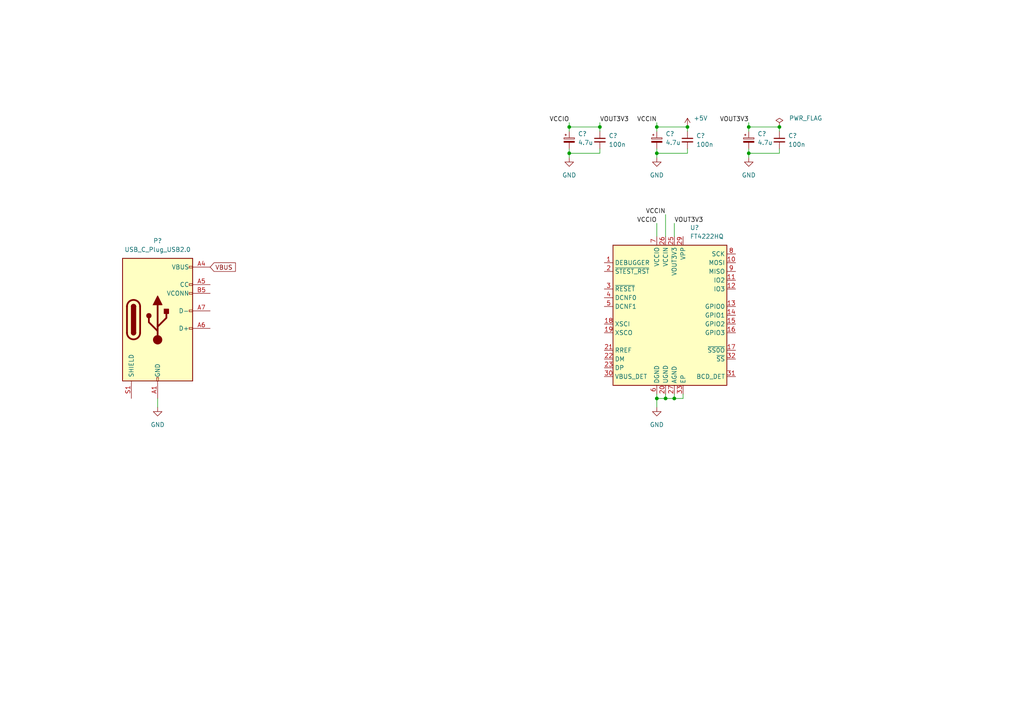
<source format=kicad_sch>
(kicad_sch (version 20211123) (generator eeschema)
  (paper "A4")
  (title_block (title "USB to SPI interface"))
  (lib_symbols
    (symbol "Connector:USB_C_Plug_USB2.0" (pin_names (offset 1.016))
      (property "Reference" "P" (at -10.16 19.05 0))
      (property "Value" "USB_C_Plug_USB2.0" (at 12.7 19.05 0))
      (symbol "USB_C_Plug_USB2.0_0_0"
        (rectangle (start -0.254 -17.78) (end 0.254 -16.764))
        (rectangle (start 10.16 -2.286) (end 9.144 -2.794))
        (rectangle (start 10.16 2.794) (end 9.144 2.286))
        (rectangle (start 10.16 7.874) (end 9.144 7.366))
        (rectangle (start 10.16 10.414) (end 9.144 9.906))
        (rectangle (start 10.16 15.494) (end 9.144 14.986))
      )
      (symbol "USB_C_Plug_USB2.0_0_1"
        (rectangle (start -10.16 17.78) (end 10.16 -17.78) (stroke (width 0.254)) (fill (type background)))
        (arc (start -8.89 -3.81) (mid -6.985 -5.715) (end -5.08 -3.81) (stroke (width 0.508)))
        (arc (start -7.62 -3.81) (mid -6.985 -4.445) (end -6.35 -3.81) (stroke (width 0.254)))
        (arc (start -7.62 -3.81) (mid -6.985 -4.445) (end -6.35 -3.81) (stroke (width 0.254)) (fill (type outline)))
        (rectangle (start -7.62 -3.81) (end -6.35 3.81) (stroke (width 0.254)) (fill (type outline)))
        (arc (start -6.35 3.81) (mid -6.985 4.445) (end -7.62 3.81) (stroke (width 0.254)))
        (arc (start -6.35 3.81) (mid -6.985 4.445) (end -7.62 3.81) (stroke (width 0.254)) (fill (type outline)))
        (arc (start -5.08 3.81) (mid -6.985 5.715) (end -8.89 3.81) (stroke (width 0.508)))
        (circle (center -2.54 1.143) (radius 0.635) (stroke (width 0.254)) (fill (type outline)))
        (circle (center 0 -5.842) (radius 1.27) (fill (type outline)))
        (polyline (pts (xy -8.89 -3.81) (xy -8.89 3.81)) (stroke (width 0.508)))
        (polyline (pts (xy -5.08 3.81) (xy -5.08 -3.81)) (stroke (width 0.508)))
        (polyline (pts (xy 0 -5.842) (xy 0 4.318)) (stroke (width 0.508)))
        (polyline (pts (xy 0 -3.302) (xy -2.54 -0.762) (xy -2.54 0.508)) (stroke (width 0.508)))
        (polyline (pts (xy 0 -2.032) (xy 2.54 0.508) (xy 2.54 1.778)) (stroke (width 0.508)))
        (polyline (pts (xy -1.27 4.318) (xy 0 6.858) (xy 1.27 4.318) (xy -1.27 4.318)) (stroke (width 0.254)) (fill (type outline)))
        (rectangle (start 1.905 1.778) (end 3.175 3.048) (stroke (width 0.254)) (fill (type outline)))
      )
      (symbol "USB_C_Plug_USB2.0_1_1"
        (pin passive line (at 0 -22.86 90) (length 5.08) (name "GND") (number "A1"))
        (pin passive line (at 0 -22.86 90) (length 5.08) hide (name "GND") (number "A12"))
        (pin passive line (at 15.24 15.24 180) (length 5.08) (name "VBUS") (number "A4"))
        (pin bidirectional line (at 15.24 10.16 180) (length 5.08) (name "CC") (number "A5"))
        (pin bidirectional line (at 15.24 -2.54 180) (length 5.08) (name "D+") (number "A6"))
        (pin bidirectional line (at 15.24 2.54 180) (length 5.08) (name "D-") (number "A7"))
        (pin passive line (at 15.24 15.24 180) (length 5.08) hide (name "VBUS") (number "A9"))
        (pin passive line (at 0 -22.86 90) (length 5.08) hide (name "GND") (number "B1"))
        (pin passive line (at 0 -22.86 90) (length 5.08) hide (name "GND") (number "B12"))
        (pin passive line (at 15.24 15.24 180) (length 5.08) hide (name "VBUS") (number "B4"))
        (pin bidirectional line (at 15.24 7.62 180) (length 5.08) (name "VCONN") (number "B5"))
        (pin passive line (at 15.24 15.24 180) (length 5.08) hide (name "VBUS") (number "B9"))
        (pin passive line (at -7.62 -22.86 90) (length 5.08) (name "SHIELD") (number "S1"))
      )
    )
    (symbol "Device:C_Polarized_Small" (pin_numbers hide) (pin_names (offset 0.254) hide)
      (property "Reference" "C" (at 0.254 1.778 0))
      (property "Value" "C_Polarized_Small" (at 0.254 -2.032 0))
      (symbol "C_Polarized_Small_0_1"
        (rectangle (start -1.524 -0.3048) (end 1.524 -0.6858) (fill (type outline)))
        (rectangle (start -1.524 0.6858) (end 1.524 0.3048))
        (polyline (pts (xy -1.27 1.524) (xy -0.762 1.524)))
        (polyline (pts (xy -1.016 1.27) (xy -1.016 1.778)))
      )
      (symbol "C_Polarized_Small_1_1"
        (pin passive line (at 0 2.54 270) (length 1.8542) (name "~") (number "1"))
        (pin passive line (at 0 -2.54 90) (length 1.8542) (name "~") (number "2"))
      )
    )
    (symbol "Device:C_Small" (pin_numbers hide) (pin_names (offset 0.254) hide)
      (property "Reference" "C" (at 0.254 1.778 0))
      (property "Value" "C_Small" (at 0.254 -2.032 0))
      (symbol "C_Small_0_1"
        (polyline (pts (xy -1.524 -0.508) (xy 1.524 -0.508)) (stroke (width 0.3302)))
        (polyline (pts (xy -1.524 0.508) (xy 1.524 0.508)) (stroke (width 0.3048)))
      )
      (symbol "C_Small_1_1"
        (pin passive line (at 0 2.54 270) (length 2.032) (name "~") (number "1"))
        (pin passive line (at 0 -2.54 90) (length 2.032) (name "~") (number "2"))
      )
    )
    (symbol "Interface_USB:FT4222HQ"
      (property "Reference" "U" (at -16.51 21.59 0))
      (property "Value" "FT4222HQ" (at 10.16 21.59 0))
      (symbol "FT4222HQ_0_1"
        (rectangle (start 15.24 20.32) (end -17.78 -20.32) (stroke (width 0.254)) (fill (type background)))
      )
      (symbol "FT4222HQ_1_1"
        (pin bidirectional line (at -20.32 15.24 0) (length 2.54) (name "DEBUGGER") (number "1"))
        (pin bidirectional line (at 17.78 15.24 180) (length 2.54) (name "MOSI") (number "10"))
        (pin bidirectional line (at 17.78 10.16 180) (length 2.54) (name "IO2") (number "11"))
        (pin bidirectional line (at 17.78 7.62 180) (length 2.54) (name "IO3") (number "12"))
        (pin bidirectional line (at 17.78 2.54 180) (length 2.54) (name "GPIO0") (number "13"))
        (pin bidirectional line (at 17.78 0 180) (length 2.54) (name "GPIO1") (number "14"))
        (pin bidirectional line (at 17.78 -2.54 180) (length 2.54) (name "GPIO2") (number "15"))
        (pin bidirectional line (at 17.78 -5.08 180) (length 2.54) (name "GPIO3") (number "16"))
        (pin output line (at 17.78 -10.16 180) (length 2.54) (name "~{SS0O}") (number "17"))
        (pin input line (at -20.32 -2.54 0) (length 2.54) (name "XSCI") (number "18"))
        (pin output line (at -20.32 -5.08 0) (length 2.54) (name "XSCO") (number "19"))
        (pin input line (at -20.32 12.7 0) (length 2.54) (name "~{STEST_RST}") (number "2"))
        (pin power_in line (at -2.54 -22.86 90) (length 2.54) (name "UGND") (number "20"))
        (pin input line (at -20.32 -10.16 0) (length 2.54) (name "RREF") (number "21"))
        (pin bidirectional line (at -20.32 -12.7 0) (length 2.54) (name "DM") (number "22"))
        (pin bidirectional line (at -20.32 -15.24 0) (length 2.54) (name "DP") (number "23"))
        (pin passive line (at -2.54 -22.86 90) (length 2.54) hide (name "UGND") (number "24"))
        (pin unspecified line (at 0 22.86 270) (length 2.54) (name "VOUT3V3") (number "25"))
        (pin power_in line (at -2.54 22.86 270) (length 2.54) (name "VCCIN") (number "26"))
        (pin power_in line (at 0 -22.86 90) (length 2.54) (name "AGND") (number "27"))
        (pin passive line (at -5.08 -22.86 90) (length 2.54) hide (name "DGND") (number "28"))
        (pin power_in line (at 2.54 22.86 270) (length 2.54) (name "VPP") (number "29"))
        (pin input line (at -20.32 7.62 0) (length 2.54) (name "~{RESET}") (number "3"))
        (pin input line (at -20.32 -17.78 0) (length 2.54) (name "VBUS_DET") (number "30"))
        (pin output line (at 17.78 -17.78 180) (length 2.54) (name "BCD_DET") (number "31"))
        (pin input line (at 17.78 -12.7 180) (length 2.54) (name "~{SS}") (number "32"))
        (pin power_in line (at 2.54 -22.86 90) (length 2.54) (name "EP") (number "33"))
        (pin input line (at -20.32 5.08 0) (length 2.54) (name "DCNF0") (number "4"))
        (pin input line (at -20.32 2.54 0) (length 2.54) (name "DCNF1") (number "5"))
        (pin power_in line (at -5.08 -22.86 90) (length 2.54) (name "DGND") (number "6"))
        (pin power_in line (at -5.08 22.86 270) (length 2.54) (name "VCCIO") (number "7"))
        (pin bidirectional line (at 17.78 17.78 180) (length 2.54) (name "SCK") (number "8"))
        (pin bidirectional line (at 17.78 12.7 180) (length 2.54) (name "MISO") (number "9"))
      )
    )
    (symbol "power:+5V" (power) (pin_names (offset 0))
      (property "Value" "+5V" (at 0 3.556 0))
      (symbol "+5V_0_1"
        (polyline (pts (xy -0.762 1.27) (xy 0 2.54)))
        (polyline (pts (xy 0 0) (xy 0 2.54)))
        (polyline (pts (xy 0 2.54) (xy 0.762 1.27)))
      )
      (symbol "+5V_1_1"
        (pin power_in line (at 0 0 90) (length 0) hide (name "+5V") (number "1"))
      )
    )
    (symbol "power:GND" (power) (pin_names (offset 0))
      (property "Value" "GND" (at 0 -3.81 0))
      (symbol "GND_0_1"
        (polyline (pts (xy 0 0) (xy 0 -1.27) (xy 1.27 -1.27) (xy 0 -2.54) (xy -1.27 -1.27) (xy 0 -1.27)))
      )
      (symbol "GND_1_1"
        (pin power_in line (at 0 0 270) (length 0) hide (name "GND") (number "1"))
      )
    )
    (symbol "power:PWR_FLAG" (power) (pin_numbers hide) (pin_names (offset 0) hide)
      (property "Value" "PWR_FLAG" (at 0 3.81 0))
      (symbol "PWR_FLAG_0_0"
        (pin power_out line (at 0 0 90) (length 0) (name "pwr") (number "1"))
      )
      (symbol "PWR_FLAG_0_1"
        (polyline (pts (xy 0 0) (xy 0 1.27) (xy -1.016 1.905) (xy 0 2.54) (xy 1.016 1.905) (xy 0 1.27)))
      )
    )
  )
  (junction (at 226.06 36.83))
  (junction (at 190.5 44.45))
  (junction (at 195.58 115.57))
  (junction (at 190.5 36.83))
  (junction (at 190.5 115.57))
  (junction (at 173.99 36.83))
  (junction (at 165.1 36.83))
  (junction (at 165.1 44.45))
  (junction (at 217.17 44.45))
  (junction (at 217.17 36.83))
  (junction (at 199.39 36.83))
  (junction (at 193.04 115.57))
  (wire (pts (xy 190.5 44.45) (xy 190.5 45.72)))
  (wire (pts (xy 173.99 43.18) (xy 173.99 44.45)))
  (wire (pts (xy 195.58 114.3) (xy 195.58 115.57)))
  (wire (pts (xy 190.5 35.56) (xy 190.5 36.83)))
  (wire (pts (xy 199.39 43.18) (xy 199.39 44.45)))
  (wire (pts (xy 217.17 44.45) (xy 217.17 45.72)))
  (wire (pts (xy 199.39 36.83) (xy 190.5 36.83)))
  (wire (pts (xy 173.99 38.1) (xy 173.99 36.83)))
  (wire (pts (xy 190.5 115.57) (xy 193.04 115.57)))
  (wire (pts (xy 165.1 43.18) (xy 165.1 44.45)))
  (wire (pts (xy 165.1 35.56) (xy 165.1 36.83)))
  (wire (pts (xy 217.17 36.83) (xy 217.17 38.1)))
  (wire (pts (xy 198.12 115.57) (xy 198.12 114.3)))
  (wire (pts (xy 217.17 43.18) (xy 217.17 44.45)))
  (wire (pts (xy 195.58 64.77) (xy 195.58 68.58)))
  (wire (pts (xy 195.58 115.57) (xy 198.12 115.57)))
  (wire (pts (xy 190.5 115.57) (xy 190.5 118.11)))
  (wire (pts (xy 190.5 44.45) (xy 199.39 44.45)))
  (wire (pts (xy 190.5 36.83) (xy 190.5 38.1)))
  (wire (pts (xy 193.04 114.3) (xy 193.04 115.57)))
  (wire (pts (xy 165.1 44.45) (xy 165.1 45.72)))
  (wire (pts (xy 165.1 44.45) (xy 173.99 44.45)))
  (wire (pts (xy 173.99 35.56) (xy 173.99 36.83)))
  (wire (pts (xy 217.17 35.56) (xy 217.17 36.83)))
  (wire (pts (xy 217.17 44.45) (xy 226.06 44.45)))
  (wire (pts (xy 226.06 43.18) (xy 226.06 44.45)))
  (wire (pts (xy 165.1 36.83) (xy 165.1 38.1)))
  (wire (pts (xy 226.06 38.1) (xy 226.06 36.83)))
  (wire (pts (xy 226.06 36.83) (xy 217.17 36.83)))
  (wire (pts (xy 190.5 64.77) (xy 190.5 68.58)))
  (wire (pts (xy 193.04 62.23) (xy 193.04 68.58)))
  (wire (pts (xy 45.72 115.57) (xy 45.72 118.11)))
  (wire (pts (xy 190.5 43.18) (xy 190.5 44.45)))
  (wire (pts (xy 193.04 115.57) (xy 195.58 115.57)))
  (wire (pts (xy 190.5 114.3) (xy 190.5 115.57)))
  (wire (pts (xy 173.99 36.83) (xy 165.1 36.83)))
  (wire (pts (xy 199.39 38.1) (xy 199.39 36.83)))
  (label "VOUT3V3" (at 195.58 64.77 0))
  (label "VCCIN" (at 190.5 35.56 180))
  (label "VOUT3V3" (at 217.17 35.56 180))
  (label "VCCIO" (at 190.5 64.77 180))
  (label "VOUT3V3" (at 173.99 35.56 0))
  (label "VCCIO" (at 165.1 35.56 180))
  (label "VCCIN" (at 193.04 62.23 180))
  (global_label "VBUS" (shape input) (at 60.96 77.47 0) (property "Intersheet References" "${INTERSHEET_REFS}" (at 68.2717 77.3906 0) (effects (justify left))))
  (symbol (lib_id "Connector:USB_C_Plug_USB2.0") (at 45.72 92.71 0) (unit 1)
    (property "Reference" "P?" (at 45.72 69.85 0))
    (property "Value" "USB_C_Plug_USB2.0" (at 45.72 72.39 0))
    (property "Datasheet" "https://www.usb.org/sites/default/files/documents/usb_type-c.zip" (effects hide))
  )
  (symbol (lib_id "Interface_USB:FT4222HQ") (at 195.58 91.44 0) (unit 1)
    (property "Reference" "U?" (at 200.1394 66.04 0) (effects (justify left)))
    (property "Value" "FT4222HQ" (at 200.1394 68.58 0) (effects (justify left)))
    (property "Footprint" "Package_DFN_QFN:VQFN-32-1EP_5x5mm_P0.5mm_EP3.1x3.1mm" (effects hide))
    (property "Datasheet" "https://www.ftdichip.com/Support/Documents/DataSheets/ICs/DS_FT4222H.pdf" (effects hide))
  )
  (symbol (lib_id "Device:C_Polarized_Small") (at 190.5 40.64 0) (unit 1)
    (property "Reference" "C?" (at 193.04 38.8238 0) (effects (justify left)))
    (property "Value" "4.7u" (at 193.04 41.3638 0) (effects (justify left)))
  )
  (symbol (lib_id "Device:C_Polarized_Small") (at 165.1 40.64 0) (unit 1)
    (property "Reference" "C?" (at 167.64 38.8238 0) (effects (justify left)))
    (property "Value" "4.7u" (at 167.64 41.3638 0) (effects (justify left)))
  )
  (symbol (lib_id "Device:C_Small") (at 173.99 40.64 0) (unit 1)
    (property "Reference" "C?" (at 176.53 39.3762 0) (effects (justify left)))
    (property "Value" "100n" (at 176.53 41.9162 0) (effects (justify left)))
  )
  (symbol (lib_id "power:GND") (at 190.5 118.11 0) (unit 1)
    (property "Reference" "#PWR?" (effects hide))
    (property "Value" "GND" (at 190.5 123.19 0))
  )
  (symbol (lib_id "Device:C_Small") (at 226.06 40.64 0) (unit 1)
    (property "Reference" "C?" (at 228.6 39.3762 0) (effects (justify left)))
    (property "Value" "100n" (at 228.6 41.9162 0) (effects (justify left)))
  )
  (symbol (lib_id "power:PWR_FLAG") (at 226.06 36.83 0) (unit 1)
    (property "Reference" "#FLG?" (effects hide))
    (property "Value" "PWR_FLAG" (at 233.68 34.29 0))
  )
  (symbol (lib_id "Device:C_Polarized_Small") (at 217.17 40.64 0) (unit 1)
    (property "Reference" "C?" (at 219.71 38.8238 0) (effects (justify left)))
    (property "Value" "4.7u" (at 219.71 41.3638 0) (effects (justify left)))
  )
  (symbol (lib_id "power:GND") (at 45.72 118.11 0) (unit 1)
    (property "Reference" "#PWR?" (effects hide))
    (property "Value" "GND" (at 45.72 123.19 0))
  )
  (symbol (lib_id "power:GND") (at 190.5 45.72 0) (unit 1)
    (property "Reference" "#PWR?" (effects hide))
    (property "Value" "GND" (at 190.5 50.8 0))
  )
  (symbol (lib_id "power:GND") (at 217.17 45.72 0) (unit 1)
    (property "Reference" "#PWR?" (effects hide))
    (property "Value" "GND" (at 217.17 50.8 0))
  )
  (symbol (lib_id "power:+5V") (at 199.39 36.83 0) (unit 1)
    (property "Reference" "#PWR?" (effects hide))
    (property "Value" "+5V" (at 203.2 34.29 0))
  )
  (symbol (lib_id "power:GND") (at 165.1 45.72 0) (unit 1)
    (property "Reference" "#PWR?" (effects hide))
    (property "Value" "GND" (at 165.1 50.8 0))
  )
  (symbol (lib_id "Device:C_Small") (at 199.39 40.64 0) (unit 1)
    (property "Reference" "C?" (at 201.93 39.3762 0) (effects (justify left)))
    (property "Value" "100n" (at 201.93 41.9162 0) (effects (justify left)))
  )
  (sheet (at 171.45 219.71) (size 24.13 19.05) (stroke (width 0.1524))
    (property "Sheet name" "Power" (at 171.45 218.9984 0) (effects (justify left bottom)))
    (property "Sheet file" "schematics/power.kicad_sch" (at 171.45 239.3446 0) (effects (justify left top)))
  )
  (sheet (at 97.79 219.71) (size 24.13 19.05) (stroke (width 0.1524))
    (property "Sheet name" "MCU" (at 97.79 218.9984 0) (effects (justify left bottom)))
    (property "Sheet file" "schematics/mcu.kicad_sch" (at 97.79 239.3446 0) (effects (justify left top)))
  )
  (sheet (at 134.62 219.71) (size 24.13 19.05) (stroke (width 0.1524))
    (property "Sheet name" "Bus connector" (at 134.62 218.9984 0) (effects (justify left bottom)))
    (property "Sheet file" "schematics/bus.kicad_sch" (at 134.62 239.3446 0) (effects (justify left top)))
  )
)
</source>
